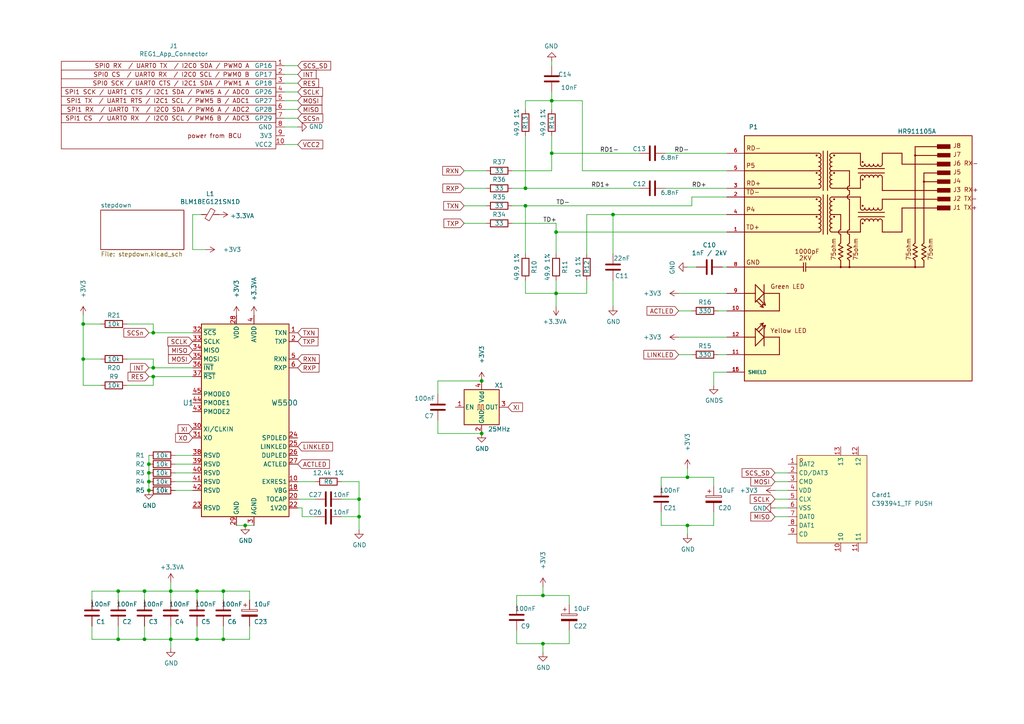
<source format=kicad_sch>
(kicad_sch (version 20231120) (generator "eeschema") (generator_version "8.0")
  (paper "A4")
  (title_block (title "REG1-App-Eth") (date "2023-11-07") (rev "V01.00") (company "OpenKNX") (comment 1 "by Ing-Dom <dom@ing-dom.de>") (comment 2 "OpenKNX Open Hardware under CC BY-NC-SA 4.0") (comment 3 "REG1-Application PCB to add Ethernet connectivity and SD-Card") (comment 4 "https://OpenKNX.de"))
  (lib_symbols
    (symbol "Device:C" (pin_numbers hide) (pin_names (offset 0.254))
      (property "Reference" "C" (at 0.635 2.54 0))
      (property "Value" "C" (at 0.635 -2.54 0))
      (symbol "C_1_1"
        (pin passive line (at 0 3.81 270) (length 2.794) (name "~") (number "1"))
        (pin passive line (at 0 -3.81 90) (length 2.794) (name "~") (number "2"))
      )
    )
    (symbol "Device:C_Polarized" (pin_numbers hide) (pin_names (offset 0.254))
      (property "Reference" "C" (at 0.635 2.54 0))
      (property "Value" "C_Polarized" (at 0.635 -2.54 0))
      (symbol "C_Polarized_1_1"
        (pin passive line (at 0 3.81 270) (length 2.794) (name "~") (number "1"))
        (pin passive line (at 0 -3.81 90) (length 2.794) (name "~") (number "2"))
      )
    )
    (symbol "Device:FerriteBead_Small" (pin_numbers hide) (pin_names (offset 0))
      (property "Reference" "FB" (at 1.905 1.27 0))
      (property "Value" "FerriteBead_Small" (at 1.905 -1.27 0))
      (symbol "FerriteBead_Small_1_1"
        (pin passive line (at 0 2.54 270) (length 1.27) (name "~") (number "1"))
        (pin passive line (at 0 -2.54 90) (length 1.27) (name "~") (number "2"))
      )
    )
    (symbol "Device:R" (pin_numbers hide) (pin_names (offset 0))
      (property "Reference" "R" (at 2.032 0 90))
      (property "Value" "R" (at 0 0 90))
      (symbol "R_1_1"
        (pin passive line (at 0 3.81 270) (length 1.27) (name "~") (number "1"))
        (pin passive line (at 0 -3.81 90) (length 1.27) (name "~") (number "2"))
      )
    )
    (symbol "DomsKiCADLib:HR911105A" (pin_names (offset 1.016))
      (property "Reference" "J" (at -33.1724 36.2458 0))
      (property "Value" "HR911105A" (at -33.1216 -38.227 0))
      (symbol "HR911105A_0_0"
        (text "1000pF" (at -18.4912 1.2446 0) (effects (font (size 1.27 1.27)) (justify left bottom)))
        (text "2KV" (at -17.2212 -0.6604 0) (effects (font (size 1.27 1.27)) (justify left bottom)))
        (text "75ohm" (at -6.4008 -0.6604 900) (effects (font (size 1.27 1.27)) (justify left bottom)))
        (text "75ohm" (at 0 -0.6604 900) (effects (font (size 1.27 1.27)) (justify left bottom)))
        (text "75ohm" (at 15.3416 -0.6604 900) (effects (font (size 1.27 1.27)) (justify left bottom)))
        (text "75ohm" (at 21.6916 -0.6604 900) (effects (font (size 1.27 1.27)) (justify left bottom)))
        (text "GND" (at -32.5374 -1.905 0) (effects (font (size 1.27 1.27)) (justify left bottom)))
        (text "Green LED" (at -25.5016 -8.9154 0) (effects (font (size 1.27 1.27)) (justify left bottom)))
        (text "J1 TX+" (at 27.432 13.9954 0) (effects (font (size 1.27 1.27)) (justify left bottom)))
        (text "J2 TX-" (at 27.4574 16.5862 0) (effects (font (size 1.27 1.27)) (justify left bottom)))
        (text "J3 RX+" (at 27.4574 19.1516 0) (effects (font (size 1.27 1.27)) (justify left bottom)))
        (text "J4" (at 27.4574 21.717 0) (effects (font (size 1.27 1.27)) (justify left bottom)))
        (text "J5" (at 27.4828 24.257 0) (effects (font (size 1.27 1.27)) (justify left bottom)))
        (text "J6 RX-" (at 27.4574 26.8224 0) (effects (font (size 1.27 1.27)) (justify left bottom)))
        (text "J7" (at 27.4574 29.3624 0) (effects (font (size 1.27 1.27)) (justify left bottom)))
        (text "J8" (at 27.4574 31.9278 0) (effects (font (size 1.27 1.27)) (justify left bottom)))
        (text "P4" (at -32.5374 13.4112 0) (effects (font (size 1.27 1.27)) (justify left bottom)))
        (text "P5" (at -32.5374 26.162 0) (effects (font (size 1.27 1.27)) (justify left bottom)))
        (text "RD+" (at -32.4866 21.0312 0) (effects (font (size 1.27 1.27)) (justify left bottom)))
        (text "RD-" (at -32.4866 31.2166 0) (effects (font (size 1.27 1.27)) (justify left bottom)))
        (text "TD+" (at -32.5628 8.3058 0) (effects (font (size 1.27 1.27)) (justify left bottom)))
        (text "TD-" (at -32.512 18.4912 0) (effects (font (size 1.27 1.27)) (justify left bottom)))
        (text "Yellow LED" (at -25.527 -21.717 0) (effects (font (size 1.27 1.27)) (justify left bottom)))
        (pin passive line (at -38.1 7.62 0) (length 5.08) (name "~") (number "1"))
        (pin passive line (at -38.1 -15.24 0) (length 5.08) (name "~") (number "10"))
        (pin passive line (at -38.1 -27.94 0) (length 5.08) (name "~") (number "11"))
        (pin passive line (at -38.1 -22.86 0) (length 5.08) (name "~") (number "12"))
        (pin passive line (at -38.1 -33.02 0) (length 5.08) (name "SHIELD") (number "15"))
        (pin passive line (at -38.1 -33.02 0) (length 5.08) (name "SHIELD") (number "16"))
        (pin passive line (at -38.1 17.78 0) (length 5.08) (name "~") (number "2"))
        (pin passive line (at -38.1 20.32 0) (length 5.08) (name "~") (number "3"))
        (pin passive line (at -38.1 12.7 0) (length 5.08) (name "~") (number "4"))
        (pin passive line (at -38.1 25.4 0) (length 5.08) (name "~") (number "5"))
        (pin passive line (at -38.1 30.48 0) (length 5.08) (name "~") (number "6"))
        (pin power_in line (at -38.1 -2.54 0) (length 5.08) (name "~") (number "8"))
        (pin passive line (at -38.1 -10.16 0) (length 5.08) (name "~") (number "9"))
      )
    )
    (symbol "EasyEDALib:C393941_TFPUSH"
      (property "Reference" "Card" (at 0 20.32 0))
      (property "Value" "C393941_TF PUSH" (at 0 -20.32 0))
      (symbol "C393941_TFPUSH_0_1"
        (pin unspecified line (at -10.16 10.16 0) (length 2.54) (name "DAT2") (number "1"))
        (pin unspecified line (at 5.08 -15.24 90) (length 2.54) (name "10") (number "10"))
        (pin unspecified line (at 10.16 -15.24 90) (length 2.54) (name "11") (number "11"))
        (pin unspecified line (at 10.16 15.24 270) (length 2.54) (name "12") (number "12"))
        (pin unspecified line (at 5.08 15.24 270) (length 2.54) (name "13") (number "13"))
        (pin unspecified line (at -10.16 7.62 0) (length 2.54) (name "CD/DAT3") (number "2"))
        (pin unspecified line (at -10.16 5.08 0) (length 2.54) (name "CMD") (number "3"))
        (pin unspecified line (at -10.16 2.54 0) (length 2.54) (name "VDD") (number "4"))
        (pin unspecified line (at -10.16 0 0) (length 2.54) (name "CLX") (number "5"))
        (pin unspecified line (at -10.16 -2.54 0) (length 2.54) (name "VSS") (number "6"))
        (pin unspecified line (at -10.16 -5.08 0) (length 2.54) (name "DAT0") (number "7"))
        (pin unspecified line (at -10.16 -7.62 0) (length 2.54) (name "DAT1") (number "8"))
        (pin unspecified line (at -10.16 -10.16 0) (length 2.54) (name "CD") (number "9"))
      )
    )
    (symbol "Interface_Ethernet:W5500"
      (property "Reference" "U" (at -11.43 29.21 0))
      (property "Value" "W5500" (at 8.89 29.21 0))
      (symbol "W5500_1_1"
        (pin output line (at 15.24 25.4 180) (length 2.54) (name "TXN") (number "1"))
        (pin passive line (at 15.24 -17.78 180) (length 2.54) (name "EXRES1") (number "10"))
        (pin passive line (at 2.54 30.48 270) (length 2.54) hide (name "AVDD") (number "11"))
        (pin no_connect line (at 12.7 7.62 180) (length 2.54) hide (name "NC") (number "12"))
        (pin no_connect line (at 12.7 5.08 180) (length 2.54) hide (name "NC") (number "13"))
        (pin passive line (at 2.54 -30.48 90) (length 2.54) hide (name "AGND") (number "14"))
        (pin passive line (at 2.54 30.48 270) (length 2.54) hide (name "AVDD") (number "15"))
        (pin passive line (at 2.54 -30.48 90) (length 2.54) hide (name "AGND") (number "16"))
        (pin passive line (at 2.54 30.48 270) (length 2.54) hide (name "AVDD") (number "17"))
        (pin passive line (at 15.24 -20.32 180) (length 2.54) (name "VBG") (number "18"))
        (pin passive line (at 2.54 -30.48 90) (length 2.54) hide (name "AGND") (number "19"))
        (pin output line (at 15.24 22.86 180) (length 2.54) (name "TXP") (number "2"))
        (pin passive line (at 15.24 -22.86 180) (length 2.54) (name "TOCAP") (number "20"))
        (pin passive line (at 2.54 30.48 270) (length 2.54) hide (name "AVDD") (number "21"))
        (pin output line (at 15.24 -25.4 180) (length 2.54) (name "1V2O") (number "22"))
        (pin input line (at -15.24 -25.4 0) (length 2.54) (name "RSVD") (number "23"))
        (pin output line (at 15.24 -5.08 180) (length 2.54) (name "SPDLED") (number "24"))
        (pin output line (at 15.24 -7.62 180) (length 2.54) (name "LINKLED") (number "25"))
        (pin output line (at 15.24 -10.16 180) (length 2.54) (name "DUPLED") (number "26"))
        (pin output line (at 15.24 -12.7 180) (length 2.54) (name "ACTLED") (number "27"))
        (pin power_in line (at -2.54 30.48 270) (length 2.54) (name "VDD") (number "28"))
        (pin power_in line (at -2.54 -30.48 90) (length 2.54) (name "GND") (number "29"))
        (pin power_in line (at 2.54 -30.48 90) (length 2.54) (name "AGND") (number "3"))
        (pin input line (at -15.24 -2.54 0) (length 2.54) (name "XI/CLKIN") (number "30"))
        (pin output line (at -15.24 -5.08 0) (length 2.54) (name "XO") (number "31"))
        (pin input line (at -15.24 25.4 0) (length 2.54) (name "~{SCS}") (number "32"))
        (pin input line (at -15.24 22.86 0) (length 2.54) (name "SCLK") (number "33"))
        (pin output line (at -15.24 20.32 0) (length 2.54) (name "MISO") (number "34"))
        (pin input line (at -15.24 17.78 0) (length 2.54) (name "MOSI") (number "35"))
        (pin input line (at -15.24 15.24 0) (length 2.54) (name "~{INT}") (number "36"))
        (pin input line (at -15.24 12.7 0) (length 2.54) (name "~{RST}") (number "37"))
        (pin input line (at -15.24 -10.16 0) (length 2.54) (name "RSVD") (number "38"))
        (pin input line (at -15.24 -12.7 0) (length 2.54) (name "RSVD") (number "39"))
        (pin power_in line (at 2.54 30.48 270) (length 2.54) (name "AVDD") (number "4"))
        (pin input line (at -15.24 -15.24 0) (length 2.54) (name "RSVD") (number "40"))
        (pin input line (at -15.24 -17.78 0) (length 2.54) (name "RSVD") (number "41"))
        (pin input line (at -15.24 -20.32 0) (length 2.54) (name "RSVD") (number "42"))
        (pin input line (at -15.24 2.54 0) (length 2.54) (name "PMODE2") (number "43"))
        (pin input line (at -15.24 5.08 0) (length 2.54) (name "PMODE1") (number "44"))
        (pin input line (at -15.24 7.62 0) (length 2.54) (name "PMODE0") (number "45"))
        (pin no_connect line (at 12.7 2.54 180) (length 2.54) hide (name "NC") (number "46"))
        (pin no_connect line (at 12.7 0 180) (length 2.54) hide (name "NC") (number "47"))
        (pin passive line (at 2.54 -30.48 90) (length 2.54) hide (name "AGND") (number "48"))
        (pin input line (at 15.24 17.78 180) (length 2.54) (name "RXN") (number "5"))
        (pin input line (at 15.24 15.24 180) (length 2.54) (name "RXP") (number "6"))
        (pin no_connect line (at 12.7 10.16 180) (length 2.54) hide (name "DNC") (number "7"))
        (pin passive line (at 2.54 30.48 270) (length 2.54) hide (name "AVDD") (number "8"))
        (pin passive line (at 2.54 -30.48 90) (length 2.54) hide (name "AGND") (number "9"))
      )
    )
    (symbol "OpenKNX:REG1_App_Connector" (pin_names (offset 1.016))
      (property "Reference" "J" (at 10.16 13.97 0))
      (property "Value" "REG1_App_Connector" (at 1.27 -13.97 0))
      (symbol "REG1_App_Connector_0_0"
        (text "power from BCU" (at -5.08 -8.89 0) (effects (font (size 1.27 1.27))))
        (text "SPI0 CS  / UART0 RX  / I2C0 SCL / PWM0 B" (at 5.08 8.89 0) (effects (font (size 1.27 1.27)) (justify right)))
        (text "SPI0 RX  / UART0 TX  / I2C0 SDA / PWM0 A" (at 5.08 11.43 0) (effects (font (size 1.27 1.27)) (justify right)))
        (text "SPI0 SCK / UART0 CTS / I2C1 SDA / PWM1 A" (at 5.08 6.35 0) (effects (font (size 1.27 1.27)) (justify right)))
        (text "SPI1 CS  / UART0 RX  / I2C0 SCL / PWM6 B / ADC3" (at 5.08 -3.81 0) (effects (font (size 1.27 1.27)) (justify right)))
        (text "SPI1 RX  / UART0 TX  / I2C0 SDA / PWM6 A / ADC2" (at 5.08 -1.27 0) (effects (font (size 1.27 1.27)) (justify right)))
        (text "SPI1 SCK / UART1 CTS / I2C1 SDA / PWM5 A / ADC0" (at 5.08 3.81 0) (effects (font (size 1.27 1.27)) (justify right)))
        (text "SPI1 TX  / UART1 RTS / I2C1 SCL / PWM5 B / ADC1" (at 5.08 1.27 0) (effects (font (size 1.27 1.27)) (justify right)))
      )
      (symbol "REG1_App_Connector_1_1"
        (pin bidirectional line (at 15.24 11.43 180) (length 2.54) (name "GP16") (number "1"))
        (pin power_out line (at 15.24 -11.43 180) (length 2.54) (name "VCC2") (number "10"))
        (pin bidirectional line (at 15.24 8.89 180) (length 2.54) (name "GP17") (number "2"))
        (pin bidirectional line (at 15.24 6.35 180) (length 2.54) (name "GP18") (number "3"))
        (pin bidirectional line (at 15.24 3.81 180) (length 2.54) (name "GP26") (number "4"))
        (pin bidirectional line (at 15.24 1.27 180) (length 2.54) (name "GP27") (number "5"))
        (pin bidirectional line (at 15.24 -1.27 180) (length 2.54) (name "GP28") (number "6"))
        (pin bidirectional line (at 15.24 -3.81 180) (length 2.54) (name "GP29") (number "7"))
        (pin power_out line (at 15.24 -6.35 180) (length 2.54) (name "GND") (number "8"))
        (pin power_out line (at 15.24 -8.89 180) (length 2.54) (name "3V3") (number "9"))
      )
    )
    (symbol "Oscillator:TXC-7C" (pin_names (offset 0.254))
      (property "Reference" "X" (at -5.08 6.35 0))
      (property "Value" "TXC-7C" (at 1.27 -6.35 0))
      (symbol "TXC-7C_1_1"
        (pin input line (at -7.62 0 0) (length 2.54) (name "EN") (number "1"))
        (pin power_in line (at 0 -7.62 90) (length 2.54) (name "GND") (number "2"))
        (pin output line (at 7.62 0 180) (length 2.54) (name "OUT") (number "3"))
        (pin power_in line (at 0 7.62 270) (length 2.54) (name "Vdd") (number "4"))
      )
    )
    (symbol "power:+3.3VA" (power) (pin_names (offset 0))
      (property "Value" "+3.3VA" (at 0 3.556 0))
      (symbol "+3.3VA_1_1"
        (pin power_in line (at 0 0 90) (length 0) hide (name "+3.3VA") (number "1"))
      )
    )
    (symbol "power:+3V3" (power) (pin_names (offset 0))
      (property "Value" "+3V3" (at 0 3.556 0))
      (symbol "+3V3_1_1"
        (pin power_in line (at 0 0 90) (length 0) hide (name "+3V3") (number "1"))
      )
    )
    (symbol "power:GND" (power) (pin_names (offset 0))
      (property "Value" "GND" (at 0 -3.81 0))
      (symbol "GND_1_1"
        (pin power_in line (at 0 0 270) (length 0) hide (name "GND") (number "1"))
      )
    )
    (symbol "power:GNDS" (power) (pin_names (offset 0))
      (property "Value" "GNDS" (at 0 -3.81 0))
      (symbol "GNDS_1_1"
        (pin power_in line (at 0 0 270) (length 0) hide (name "GNDS") (number "1"))
      )
    )
  )
  (junction (at 24.13 93.98))
  (junction (at 104.14 149.86))
  (junction (at 44.45 106.68))
  (junction (at 34.29 171.45))
  (junction (at 49.53 185.42))
  (junction (at 43.18 137.16))
  (junction (at 199.39 152.4))
  (junction (at 104.14 144.78))
  (junction (at 44.45 96.52))
  (junction (at 157.48 186.69))
  (junction (at 57.15 171.45))
  (junction (at 41.91 185.42))
  (junction (at 152.4 59.69))
  (junction (at 157.48 172.72))
  (junction (at 43.18 142.24))
  (junction (at 34.29 185.42))
  (junction (at 152.4 54.61))
  (junction (at 139.7 125.73))
  (junction (at 161.29 67.31))
  (junction (at 57.15 185.42))
  (junction (at 24.13 104.14))
  (junction (at 139.7 110.49))
  (junction (at 160.02 29.21))
  (junction (at 199.39 138.43))
  (junction (at 160.02 44.45))
  (junction (at 49.53 171.45))
  (junction (at 71.12 152.4))
  (junction (at 43.18 139.7))
  (junction (at 64.77 171.45))
  (junction (at 41.91 171.45))
  (junction (at 64.77 185.42))
  (junction (at 161.29 85.09))
  (junction (at 43.18 134.62))
  (junction (at 44.45 109.22))
  (junction (at 177.8 62.23))
  (wire (pts (xy 43.18 134.62) (xy 43.18 137.16)))
  (wire (pts (xy 199.39 135.89) (xy 199.39 138.43)))
  (wire (pts (xy 86.36 31.75) (xy 82.55 31.75)))
  (wire (pts (xy 86.36 139.7) (xy 91.44 139.7)))
  (wire (pts (xy 82.55 29.21) (xy 86.36 29.21)))
  (wire (pts (xy 185.42 44.45) (xy 160.02 44.45)))
  (wire (pts (xy 57.15 171.45) (xy 64.77 171.45)))
  (wire (pts (xy 86.36 144.78) (xy 91.44 144.78)))
  (wire (pts (xy 207.01 152.4) (xy 207.01 148.59)))
  (wire (pts (xy 86.36 21.59) (xy 82.55 21.59)))
  (wire (pts (xy 41.91 185.42) (xy 49.53 185.42)))
  (wire (pts (xy 44.45 106.68) (xy 55.88 106.68)))
  (wire (pts (xy 228.6 137.16) (xy 224.79 137.16)))
  (wire (pts (xy 24.13 91.44) (xy 24.13 93.98)))
  (wire (pts (xy 50.8 134.62) (xy 55.88 134.62)))
  (wire (pts (xy 149.86 186.69) (xy 157.48 186.69)))
  (wire (pts (xy 57.15 185.42) (xy 64.77 185.42)))
  (wire (pts (xy 49.53 171.45) (xy 57.15 171.45)))
  (wire (pts (xy 24.13 93.98) (xy 29.21 93.98)))
  (wire (pts (xy 170.18 62.23) (xy 170.18 73.66)))
  (wire (pts (xy 72.39 185.42) (xy 72.39 181.61)))
  (wire (pts (xy 34.29 185.42) (xy 41.91 185.42)))
  (wire (pts (xy 55.88 132.08) (xy 50.8 132.08)))
  (wire (pts (xy 86.36 147.32) (xy 87.63 147.32)))
  (wire (pts (xy 160.02 29.21) (xy 160.02 31.75)))
  (wire (pts (xy 44.45 93.98) (xy 44.45 96.52)))
  (wire (pts (xy 99.06 139.7) (xy 104.14 139.7)))
  (wire (pts (xy 57.15 181.61) (xy 57.15 185.42)))
  (wire (pts (xy 44.45 109.22) (xy 55.88 109.22)))
  (wire (pts (xy 26.67 181.61) (xy 26.67 185.42)))
  (wire (pts (xy 24.13 93.98) (xy 24.13 104.14)))
  (wire (pts (xy 168.91 29.21) (xy 160.02 29.21)))
  (wire (pts (xy 99.06 149.86) (xy 104.14 149.86)))
  (wire (pts (xy 140.97 59.69) (xy 134.62 59.69)))
  (wire (pts (xy 177.8 62.23) (xy 177.8 73.66)))
  (wire (pts (xy 165.1 172.72) (xy 165.1 175.26)))
  (wire (pts (xy 87.63 149.86) (xy 91.44 149.86)))
  (wire (pts (xy 64.77 173.99) (xy 64.77 171.45)))
  (wire (pts (xy 168.91 49.53) (xy 168.91 29.21)))
  (wire (pts (xy 44.45 109.22) (xy 44.45 111.76)))
  (wire (pts (xy 24.13 104.14) (xy 24.13 111.76)))
  (wire (pts (xy 55.88 72.39) (xy 55.88 62.23)))
  (wire (pts (xy 64.77 185.42) (xy 72.39 185.42)))
  (wire (pts (xy 82.55 34.29) (xy 86.36 34.29)))
  (wire (pts (xy 200.66 57.15) (xy 210.82 57.15)))
  (wire (pts (xy 127 121.92) (xy 127 125.73)))
  (wire (pts (xy 26.67 173.99) (xy 26.67 171.45)))
  (wire (pts (xy 224.79 144.78) (xy 228.6 144.78)))
  (wire (pts (xy 210.82 49.53) (xy 168.91 49.53)))
  (wire (pts (xy 160.02 44.45) (xy 160.02 49.53)))
  (wire (pts (xy 55.88 137.16) (xy 50.8 137.16)))
  (wire (pts (xy 49.53 181.61) (xy 49.53 185.42)))
  (wire (pts (xy 196.85 85.09) (xy 210.82 85.09)))
  (wire (pts (xy 127 110.49) (xy 127 114.3)))
  (wire (pts (xy 24.13 104.14) (xy 29.21 104.14)))
  (wire (pts (xy 152.4 54.61) (xy 185.42 54.61)))
  (wire (pts (xy 148.59 54.61) (xy 152.4 54.61)))
  (wire (pts (xy 157.48 170.18) (xy 157.48 172.72)))
  (wire (pts (xy 177.8 81.28) (xy 177.8 88.9)))
  (wire (pts (xy 152.4 85.09) (xy 161.29 85.09)))
  (wire (pts (xy 43.18 137.16) (xy 43.18 139.7)))
  (wire (pts (xy 43.18 132.08) (xy 43.18 134.62)))
  (wire (pts (xy 127 125.73) (xy 139.7 125.73)))
  (wire (pts (xy 140.97 49.53) (xy 134.62 49.53)))
  (wire (pts (xy 148.59 59.69) (xy 152.4 59.69)))
  (wire (pts (xy 55.88 142.24) (xy 50.8 142.24)))
  (wire (pts (xy 36.83 93.98) (xy 44.45 93.98)))
  (wire (pts (xy 134.62 64.77) (xy 140.97 64.77)))
  (wire (pts (xy 50.8 139.7) (xy 55.88 139.7)))
  (wire (pts (xy 43.18 139.7) (xy 43.18 142.24)))
  (wire (pts (xy 170.18 81.28) (xy 170.18 85.09)))
  (wire (pts (xy 104.14 139.7) (xy 104.14 144.78)))
  (wire (pts (xy 149.86 182.88) (xy 149.86 186.69)))
  (wire (pts (xy 152.4 29.21) (xy 160.02 29.21)))
  (wire (pts (xy 161.29 67.31) (xy 161.29 73.66)))
  (wire (pts (xy 134.62 54.61) (xy 140.97 54.61)))
  (wire (pts (xy 200.66 102.87) (xy 196.85 102.87)))
  (wire (pts (xy 36.83 104.14) (xy 44.45 104.14)))
  (wire (pts (xy 191.77 148.59) (xy 191.77 152.4)))
  (wire (pts (xy 200.66 90.17) (xy 196.85 90.17)))
  (wire (pts (xy 199.39 138.43) (xy 191.77 138.43)))
  (wire (pts (xy 86.36 19.05) (xy 82.55 19.05)))
  (wire (pts (xy 49.53 168.91) (xy 49.53 171.45)))
  (wire (pts (xy 191.77 152.4) (xy 199.39 152.4)))
  (wire (pts (xy 224.79 139.7) (xy 228.6 139.7)))
  (wire (pts (xy 191.77 138.43) (xy 191.77 140.97)))
  (wire (pts (xy 152.4 39.37) (xy 152.4 54.61)))
  (wire (pts (xy 224.79 149.86) (xy 228.6 149.86)))
  (wire (pts (xy 210.82 44.45) (xy 193.04 44.45)))
  (wire (pts (xy 199.39 152.4) (xy 207.01 152.4)))
  (wire (pts (xy 199.39 138.43) (xy 207.01 138.43)))
  (wire (pts (xy 152.4 81.28) (xy 152.4 85.09)))
  (wire (pts (xy 165.1 186.69) (xy 165.1 182.88)))
  (wire (pts (xy 157.48 172.72) (xy 165.1 172.72)))
  (wire (pts (xy 43.18 96.52) (xy 44.45 96.52)))
  (wire (pts (xy 41.91 171.45) (xy 49.53 171.45)))
  (wire (pts (xy 104.14 149.86) (xy 104.14 153.67)))
  (wire (pts (xy 161.29 85.09) (xy 161.29 81.28)))
  (wire (pts (xy 207.01 107.95) (xy 207.01 111.76)))
  (wire (pts (xy 68.58 152.4) (xy 71.12 152.4)))
  (wire (pts (xy 87.63 147.32) (xy 87.63 149.86)))
  (wire (pts (xy 26.67 171.45) (xy 34.29 171.45)))
  (wire (pts (xy 34.29 171.45) (xy 41.91 171.45)))
  (wire (pts (xy 57.15 171.45) (xy 57.15 173.99)))
  (wire (pts (xy 170.18 85.09) (xy 161.29 85.09)))
  (wire (pts (xy 210.82 77.47) (xy 209.55 77.47)))
  (wire (pts (xy 207.01 138.43) (xy 207.01 140.97)))
  (wire (pts (xy 160.02 39.37) (xy 160.02 44.45)))
  (wire (pts (xy 55.88 62.23) (xy 58.42 62.23)))
  (wire (pts (xy 41.91 181.61) (xy 41.91 185.42)))
  (wire (pts (xy 161.29 64.77) (xy 161.29 67.31)))
  (wire (pts (xy 72.39 171.45) (xy 72.39 173.99)))
  (wire (pts (xy 34.29 173.99) (xy 34.29 171.45)))
  (wire (pts (xy 157.48 186.69) (xy 165.1 186.69)))
  (wire (pts (xy 210.82 67.31) (xy 161.29 67.31)))
  (wire (pts (xy 196.85 97.79) (xy 210.82 97.79)))
  (wire (pts (xy 152.4 59.69) (xy 200.66 59.69)))
  (wire (pts (xy 86.36 36.83) (xy 82.55 36.83)))
  (wire (pts (xy 210.82 102.87) (xy 208.28 102.87)))
  (wire (pts (xy 210.82 54.61) (xy 193.04 54.61)))
  (wire (pts (xy 152.4 73.66) (xy 152.4 59.69)))
  (wire (pts (xy 104.14 144.78) (xy 104.14 149.86)))
  (wire (pts (xy 160.02 17.78) (xy 160.02 19.05)))
  (wire (pts (xy 228.6 147.32) (xy 224.79 147.32)))
  (wire (pts (xy 148.59 64.77) (xy 161.29 64.77)))
  (wire (pts (xy 86.36 41.91) (xy 82.55 41.91)))
  (wire (pts (xy 43.18 109.22) (xy 44.45 109.22)))
  (wire (pts (xy 210.82 107.95) (xy 207.01 107.95)))
  (wire (pts (xy 44.45 96.52) (xy 55.88 96.52)))
  (wire (pts (xy 64.77 181.61) (xy 64.77 185.42)))
  (wire (pts (xy 34.29 181.61) (xy 34.29 185.42)))
  (wire (pts (xy 86.36 26.67) (xy 82.55 26.67)))
  (wire (pts (xy 210.82 90.17) (xy 208.28 90.17)))
  (wire (pts (xy 49.53 185.42) (xy 57.15 185.42)))
  (wire (pts (xy 49.53 185.42) (xy 49.53 187.96)))
  (wire (pts (xy 149.86 172.72) (xy 149.86 175.26)))
  (wire (pts (xy 139.7 110.49) (xy 127 110.49)))
  (wire (pts (xy 71.12 152.4) (xy 73.66 152.4)))
  (wire (pts (xy 210.82 62.23) (xy 177.8 62.23)))
  (wire (pts (xy 64.77 171.45) (xy 72.39 171.45)))
  (wire (pts (xy 86.36 24.13) (xy 82.55 24.13)))
  (wire (pts (xy 41.91 171.45) (xy 41.91 173.99)))
  (wire (pts (xy 200.66 59.69) (xy 200.66 57.15)))
  (wire (pts (xy 43.18 106.68) (xy 44.45 106.68)))
  (wire (pts (xy 157.48 186.69) (xy 157.48 189.23)))
  (wire (pts (xy 24.13 111.76) (xy 29.21 111.76)))
  (wire (pts (xy 160.02 26.67) (xy 160.02 29.21)))
  (wire (pts (xy 177.8 62.23) (xy 170.18 62.23)))
  (wire (pts (xy 99.06 144.78) (xy 104.14 144.78)))
  (wire (pts (xy 199.39 152.4) (xy 199.39 154.94)))
  (wire (pts (xy 152.4 31.75) (xy 152.4 29.21)))
  (wire (pts (xy 201.93 77.47) (xy 199.39 77.47)))
  (wire (pts (xy 49.53 173.99) (xy 49.53 171.45)))
  (wire (pts (xy 44.45 104.14) (xy 44.45 106.68)))
  (wire (pts (xy 26.67 185.42) (xy 34.29 185.42)))
  (wire (pts (xy 161.29 85.09) (xy 161.29 88.9)))
  (wire (pts (xy 157.48 172.72) (xy 149.86 172.72)))
  (wire (pts (xy 228.6 142.24) (xy 224.79 142.24)))
  (wire (pts (xy 148.59 49.53) (xy 160.02 49.53)))
  (wire (pts (xy 55.88 72.39) (xy 59.69 72.39)))
  (wire (pts (xy 44.45 111.76) (xy 36.83 111.76)))
  (label "RD-" (at 195.58 44.45 0))
  (label "RD+" (at 200.66 54.61 0))
  (label "RD1+" (at 171.45 54.61 0))
  (label "RD1-" (at 173.99 44.45 0))
  (label "TD+" (at 157.48 64.77 0))
  (label "TD-" (at 161.29 59.69 0))
  (global_label "RXN" (shape input) (at 134.62 49.53 180) (property "Intersheetrefs" "${INTERSHEET_REFS}" (effects (hide yes))))
  (global_label "SCSn" (shape input) (at 86.36 34.29 0) (property "Intersheetrefs" "${INTERSHEET_REFS}" (effects (hide yes))))
  (global_label "XO" (shape input) (at 55.88 127 180) (property "Intersheetrefs" "${INTERSHEET_REFS}" (effects (hide yes))))
  (global_label "RES" (shape input) (at 43.18 109.22 180) (property "Intersheetrefs" "${INTERSHEET_REFS}" (effects (hide yes))))
  (global_label "LINKLED" (shape input) (at 196.85 102.87 180) (property "Intersheetrefs" "${INTERSHEET_REFS}" (effects (hide yes))))
  (global_label "MISO" (shape input) (at 55.88 101.6 180) (property "Intersheetrefs" "${INTERSHEET_REFS}" (effects (hide yes))))
  (global_label "SCLK" (shape input) (at 86.36 26.67 0) (property "Intersheetrefs" "${INTERSHEET_REFS}" (effects (hide yes))))
  (global_label "MISO" (shape input) (at 224.79 149.86 180) (property "Intersheetrefs" "${INTERSHEET_REFS}" (effects (hide yes))))
  (global_label "MISO" (shape input) (at 86.36 31.75 0) (property "Intersheetrefs" "${INTERSHEET_REFS}" (effects (hide yes))))
  (global_label "SCS_SD" (shape input) (at 86.36 19.05 0) (property "Intersheetrefs" "${INTERSHEET_REFS}" (effects (hide yes))))
  (global_label "VCC2" (shape input) (at 86.36 41.91 0) (property "Intersheetrefs" "${INTERSHEET_REFS}" (effects (hide yes))))
  (global_label "SCLK" (shape input) (at 224.79 144.78 180) (property "Intersheetrefs" "${INTERSHEET_REFS}" (effects (hide yes))))
  (global_label "RES" (shape input) (at 86.36 24.13 0) (property "Intersheetrefs" "${INTERSHEET_REFS}" (effects (hide yes))))
  (global_label "MOSI" (shape input) (at 55.88 104.14 180) (property "Intersheetrefs" "${INTERSHEET_REFS}" (effects (hide yes))))
  (global_label "INT" (shape input) (at 86.36 21.59 0) (property "Intersheetrefs" "${INTERSHEET_REFS}" (effects (hide yes))))
  (global_label "MOSI" (shape input) (at 224.79 139.7 180) (property "Intersheetrefs" "${INTERSHEET_REFS}" (effects (hide yes))))
  (global_label "XI" (shape input) (at 147.32 118.11 0) (property "Intersheetrefs" "${INTERSHEET_REFS}" (effects (hide yes))))
  (global_label "RXP" (shape input) (at 86.36 106.68 0) (property "Intersheetrefs" "${INTERSHEET_REFS}" (effects (hide yes))))
  (global_label "RXP" (shape input) (at 134.62 54.61 180) (property "Intersheetrefs" "${INTERSHEET_REFS}" (effects (hide yes))))
  (global_label "RXN" (shape input) (at 86.36 104.14 0) (property "Intersheetrefs" "${INTERSHEET_REFS}" (effects (hide yes))))
  (global_label "SCSn" (shape input) (at 43.18 96.52 180) (property "Intersheetrefs" "${INTERSHEET_REFS}" (effects (hide yes))))
  (global_label "TXP" (shape input) (at 134.62 64.77 180) (property "Intersheetrefs" "${INTERSHEET_REFS}" (effects (hide yes))))
  (global_label "LINKLED" (shape input) (at 86.36 129.54 0) (property "Intersheetrefs" "${INTERSHEET_REFS}" (effects (hide yes))))
  (global_label "TXN" (shape input) (at 134.62 59.69 180) (property "Intersheetrefs" "${INTERSHEET_REFS}" (effects (hide yes))))
  (global_label "ACTLED" (shape input) (at 86.36 134.62 0) (property "Intersheetrefs" "${INTERSHEET_REFS}" (effects (hide yes))))
  (global_label "TXP" (shape input) (at 86.36 99.06 0) (property "Intersheetrefs" "${INTERSHEET_REFS}" (effects (hide yes))))
  (global_label "ACTLED" (shape input) (at 196.85 90.17 180) (property "Intersheetrefs" "${INTERSHEET_REFS}" (effects (hide yes))))
  (global_label "TXN" (shape input) (at 86.36 96.52 0) (property "Intersheetrefs" "${INTERSHEET_REFS}" (effects (hide yes))))
  (global_label "XI" (shape input) (at 55.88 124.46 180) (property "Intersheetrefs" "${INTERSHEET_REFS}" (effects (hide yes))))
  (global_label "SCS_SD" (shape input) (at 224.79 137.16 180) (property "Intersheetrefs" "${INTERSHEET_REFS}" (effects (hide yes))))
  (global_label "INT" (shape input) (at 43.18 106.68 180) (property "Intersheetrefs" "${INTERSHEET_REFS}" (effects (hide yes))))
  (global_label "SCLK" (shape input) (at 55.88 99.06 180) (property "Intersheetrefs" "${INTERSHEET_REFS}" (effects (hide yes))))
  (global_label "MOSI" (shape input) (at 86.36 29.21 0) (property "Intersheetrefs" "${INTERSHEET_REFS}" (effects (hide yes))))
  (symbol (lib_id "DomsKiCADLib:HR911105A") (at 248.92 74.93 0) (unit 1)
    (property "Reference" "P1" (at 217.17 36.83 0) (effects (justify left)))
    (property "Value" "HR911105A" (at 260.35 38.1 0) (effects (justify left)))
    (property "Footprint" "DomsKiCADLib:HANRUN_HR911105A" (effects (hide yes)))
    (property "AVAILABILITY" "Unavailable" (effects (hide yes)))
    (property "MF" "HanRun" (effects (hide yes)))
    (property "PRICE" "None" (effects (hide yes)))
    (property "DESCRIPTION" "DIP RJ45 Connector;" (effects (hide yes)))
    (property "PACKAGE" "None" (effects (hide yes)))
    (property "MP" "HR911105A" (effects (hide yes)))
    (property "PARTREV" "A" (effects (hide yes)))
    (property "STANDARD" "Manufacturer Recommendation" (effects (hide yes)))
  )
  (symbol (lib_id "Interface_Ethernet:W5500") (at 71.12 121.92 0) (unit 1)
    (property "Reference" "U1" (at 54.61 116.84 0) (effects (font (size 1.524 1.524))))
    (property "Value" "W5500" (at 82.55 116.84 0) (effects (font (size 1.524 1.524))))
    (property "Footprint" "Package_QFP:LQFP-48_7x7mm_P0.5mm" (effects (hide yes)))
    (property "Datasheet" "http://wizwiki.net/wiki/lib/exe/fetch.php/products:w5500:w5500_ds_v109e.pdf" (effects (hide yes)))
    (property "Description" "IC CTLR 3-1 ETH TCP/IP 48LQFP" (effects (hide yes)))
    (property "Digi-Key_PN" "1278-1021-ND" (effects (hide yes)))
    (property "MPN" "W5500" (effects (hide yes)))
    (property "Category" "Integrated Circuits (ICs)" (effects (hide yes)))
    (property "Family" "Interface - Controllers" (effects (hide yes)))
    (property "DK_Datasheet_Link" "http://wizwiki.net/wiki/lib/exe/fetch.php?media=products:w5500:w5500_ds_v108e.pdf" (effects (hide yes)))
    (property "DK_Detail_Page" "/product-detail/en/wiznet/W5500/1278-1021-ND/4425702" (effects (hide yes)))
    (property "Manufacturer" "WIZnet" (effects (hide yes)))
    (property "Status" "Active" (effects (hide yes)))
  )
  (symbol (lib_id "OpenKNX:REG1_App_Connector") (at 67.31 30.48 0) (unit 1)
    (property "Reference" "J1" (at 50.3682 13.335 0))
    (property "Value" "REG1_App_Connector" (at 50.3682 15.6464 0))
    (property "Footprint" "Connector_PinHeader_2.54mm:PinHeader_1x10_P2.54mm_Horizontal" (effects (hide yes)))
  )
  (symbol (lib_id "Device:FerriteBead_Small") (at 60.96 62.23 90) (unit 1)
    (property "Reference" "L1" (at 60.96 56.2102 90))
    (property "Value" "BLM18EG121SN1D" (at 60.96 58.5216 90))
    (property "Footprint" "Inductor_SMD:L_0603_1608Metric" (effects (hide yes)))
  )
  (symbol (lib_id "power:GND") (at 86.36 36.83 90) (unit 1)
    (property "Reference" "#PWR0102" (effects (hide yes)))
    (property "Value" "GND" (at 89.6112 36.703 90) (effects (justify right)))
  )
  (symbol (lib_id "power:+3.3VA") (at 63.5 62.23 270) (unit 1)
    (property "Reference" "#PWR0103" (effects (hide yes)))
    (property "Value" "+3.3VA" (at 66.7512 62.611 90) (effects (justify left)))
  )
  (symbol (lib_id "Device:R") (at 204.47 102.87 270) (unit 1)
    (property "Reference" "R15" (at 204.47 100.33 90))
    (property "Value" "330" (at 204.47 102.87 90))
    (property "Footprint" "Resistor_SMD:R_0402_1005Metric" (effects (hide yes)))
  )
  (symbol (lib_id "Device:R") (at 204.47 90.17 270) (unit 1)
    (property "Reference" "R16" (at 204.47 87.63 90))
    (property "Value" "330" (at 204.47 90.17 90))
    (property "Footprint" "Resistor_SMD:R_0402_1005Metric" (effects (hide yes)))
  )
  (symbol (lib_id "power:GNDS") (at 207.01 111.76 0) (unit 1)
    (property "Reference" "#PWR0109" (effects (hide yes)))
    (property "Value" "GNDS" (at 207.137 116.1542 0))
  )
  (symbol (lib_id "Device:C") (at 26.67 177.8 0) (unit 1)
    (property "Reference" "C1" (at 29.21 180.34 0))
    (property "Value" "100nF" (at 29.21 175.26 0))
    (property "Footprint" "Capacitor_SMD:C_0402_1005Metric" (effects (hide yes)))
  )
  (symbol (lib_id "Device:C") (at 34.29 177.8 0) (unit 1)
    (property "Reference" "C2" (at 36.83 180.34 0))
    (property "Value" "100nF" (at 36.83 175.26 0))
    (property "Footprint" "Capacitor_SMD:C_0402_1005Metric" (effects (hide yes)))
  )
  (symbol (lib_id "Device:C") (at 41.91 177.8 0) (unit 1)
    (property "Reference" "C3" (at 44.45 180.34 0))
    (property "Value" "100nF" (at 44.45 175.26 0))
    (property "Footprint" "Capacitor_SMD:C_0402_1005Metric" (effects (hide yes)))
  )
  (symbol (lib_id "Device:C") (at 49.53 177.8 0) (unit 1)
    (property "Reference" "C4" (at 52.07 180.34 0))
    (property "Value" "100nF" (at 52.07 175.26 0))
    (property "Footprint" "Capacitor_SMD:C_0402_1005Metric" (effects (hide yes)))
  )
  (symbol (lib_id "Device:C") (at 57.15 177.8 0) (unit 1)
    (property "Reference" "C5" (at 59.69 180.34 0))
    (property "Value" "100nF" (at 59.69 175.26 0))
    (property "Footprint" "Capacitor_SMD:C_0402_1005Metric" (effects (hide yes)))
  )
  (symbol (lib_id "Device:C") (at 64.77 177.8 0) (unit 1)
    (property "Reference" "C6" (at 67.31 180.34 0))
    (property "Value" "100nF" (at 67.31 175.26 0))
    (property "Footprint" "Capacitor_SMD:C_0402_1005Metric" (effects (hide yes)))
  )
  (symbol (lib_id "Device:C_Polarized") (at 72.39 177.8 0) (unit 1)
    (property "Reference" "C23" (at 73.66 180.34 0) (effects (justify left)))
    (property "Value" "10uF" (at 73.66 175.26 0) (effects (justify left)))
    (property "Footprint" "Capacitor_Tantalum_SMD:CP_EIA-3216-18_Kemet-A" (effects (hide yes)))
  )
  (symbol (lib_id "Device:R") (at 46.99 132.08 270) (unit 1)
    (property "Reference" "R1" (at 40.64 132.08 90))
    (property "Value" "10k" (at 46.99 132.08 90))
    (property "Footprint" "Resistor_SMD:R_0402_1005Metric" (effects (hide yes)))
  )
  (symbol (lib_id "power:GND") (at 43.18 142.24 0) (unit 1)
    (property "Reference" "#PWR0114" (effects (hide yes)))
    (property "Value" "GND" (at 43.307 146.6342 0))
  )
  (symbol (lib_id "Device:R") (at 46.99 134.62 270) (unit 1)
    (property "Reference" "R2" (at 40.64 134.62 90))
    (property "Value" "10k" (at 46.99 134.62 90))
    (property "Footprint" "Resistor_SMD:R_0402_1005Metric" (effects (hide yes)))
  )
  (symbol (lib_id "Device:R") (at 46.99 137.16 270) (unit 1)
    (property "Reference" "R3" (at 40.64 137.16 90))
    (property "Value" "10k" (at 46.99 137.16 90))
    (property "Footprint" "Resistor_SMD:R_0402_1005Metric" (effects (hide yes)))
  )
  (symbol (lib_id "Device:R") (at 46.99 139.7 270) (unit 1)
    (property "Reference" "R4" (at 40.64 139.7 90))
    (property "Value" "10k" (at 46.99 139.7 90))
    (property "Footprint" "Resistor_SMD:R_0402_1005Metric" (effects (hide yes)))
  )
  (symbol (lib_id "Device:R") (at 46.99 142.24 270) (unit 1)
    (property "Reference" "R5" (at 40.64 142.24 90))
    (property "Value" "10k" (at 46.99 142.24 90))
    (property "Footprint" "Resistor_SMD:R_0402_1005Metric" (effects (hide yes)))
  )
  (symbol (lib_id "Device:R") (at 33.02 111.76 270) (unit 1)
    (property "Reference" "R9" (at 33.02 109.22 90))
    (property "Value" "10k" (at 33.02 111.76 90))
    (property "Footprint" "Resistor_SMD:R_0402_1005Metric" (effects (hide yes)))
  )
  (symbol (lib_id "power:+3.3VA") (at 73.66 91.44 0) (unit 1)
    (property "Reference" "#PWR0117" (effects (hide yes)))
    (property "Value" "+3.3VA" (at 73.66 83.82 90))
  )
  (symbol (lib_id "power:+3.3VA") (at 49.53 168.91 0) (unit 1)
    (property "Reference" "#PWR0122" (effects (hide yes)))
    (property "Value" "+3.3VA" (at 49.911 164.5158 0))
  )
  (symbol (lib_id "Device:R") (at 144.78 64.77 270) (unit 1)
    (property "Reference" "R34" (at 144.78 62.23 90))
    (property "Value" "33" (at 144.78 64.77 90))
    (property "Footprint" "Resistor_SMD:R_0402_1005Metric" (effects (hide yes)))
  )
  (symbol (lib_id "Device:R") (at 144.78 59.69 270) (unit 1)
    (property "Reference" "R35" (at 144.78 57.15 90))
    (property "Value" "33" (at 144.78 59.69 90))
    (property "Footprint" "Resistor_SMD:R_0402_1005Metric" (effects (hide yes)))
  )
  (symbol (lib_id "Device:R") (at 144.78 54.61 270) (unit 1)
    (property "Reference" "R36" (at 144.78 52.07 90))
    (property "Value" "33" (at 144.78 54.61 90))
    (property "Footprint" "Resistor_SMD:R_0402_1005Metric" (effects (hide yes)))
  )
  (symbol (lib_id "Device:R") (at 144.78 49.53 270) (unit 1)
    (property "Reference" "R37" (at 144.78 46.99 90))
    (property "Value" "33" (at 144.78 49.53 90))
    (property "Footprint" "Resistor_SMD:R_0402_1005Metric" (effects (hide yes)))
  )
  (symbol (lib_id "Device:C") (at 189.23 54.61 270) (unit 1)
    (property "Reference" "C12" (at 185.42 53.34 90))
    (property "Value" "6.8nF" (at 194.31 55.88 90))
    (property "Footprint" "Capacitor_SMD:C_0402_1005Metric" (effects (hide yes)))
  )
  (symbol (lib_id "Device:C") (at 189.23 44.45 270) (unit 1)
    (property "Reference" "C13" (at 185.42 43.18 90))
    (property "Value" "6.8nF" (at 194.31 45.72 90))
    (property "Footprint" "Capacitor_SMD:C_0402_1005Metric" (effects (hide yes)))
  )
  (symbol (lib_id "power:GND") (at 49.53 187.96 0) (unit 1)
    (property "Reference" "#PWR0111" (effects (hide yes)))
    (property "Value" "GND" (at 49.657 192.3542 0))
  )
  (symbol (lib_id "power:GND") (at 71.12 152.4 0) (unit 1)
    (property "Reference" "#PWR0112" (effects (hide yes)))
    (property "Value" "GND" (at 71.247 156.7942 0))
  )
  (symbol (lib_id "power:GND") (at 177.8 88.9 0) (unit 1)
    (property "Reference" "#PWR0121" (effects (hide yes)))
    (property "Value" "GND" (at 177.927 93.2942 0))
  )
  (symbol (lib_id "Device:R") (at 95.25 139.7 90) (unit 1)
    (property "Reference" "R6" (at 95.25 139.7 90))
    (property "Value" "12.4k 1%" (at 95.25 137.16 90))
    (property "Footprint" "Resistor_SMD:R_0402_1005Metric" (effects (hide yes)))
  )
  (symbol (lib_id "Device:C") (at 95.25 149.86 270) (unit 1)
    (property "Reference" "C26" (at 91.44 148.59 90))
    (property "Value" "10nF" (at 99.06 148.59 90))
    (property "Footprint" "Capacitor_SMD:C_0402_1005Metric" (effects (hide yes)))
  )
  (symbol (lib_id "power:GND") (at 104.14 153.67 0) (unit 1)
    (property "Reference" "#PWR0124" (effects (hide yes)))
    (property "Value" "GND" (at 104.267 158.0642 0))
  )
  (symbol (lib_id "Device:C") (at 95.25 144.78 90) (unit 1)
    (property "Reference" "C27" (at 91.44 143.51 90))
    (property "Value" "10nF" (at 99.06 143.51 90))
    (property "Footprint" "Capacitor_SMD:C_0402_1005Metric" (effects (hide yes)))
  )
  (symbol (lib_id "Device:R") (at 160.02 35.56 180) (unit 1)
    (property "Reference" "R14" (at 160.02 35.56 90))
    (property "Value" "49.9 1%" (at 157.48 35.56 90))
    (property "Footprint" "Resistor_SMD:R_0402_1005Metric" (effects (hide yes)))
  )
  (symbol (lib_id "Device:R") (at 152.4 35.56 180) (unit 1)
    (property "Reference" "R13" (at 152.4 35.56 90))
    (property "Value" "49.9 1%" (at 149.86 35.56 90))
    (property "Footprint" "Resistor_SMD:R_0402_1005Metric" (effects (hide yes)))
  )
  (symbol (lib_id "Device:R") (at 152.4 77.47 180) (unit 1)
    (property "Reference" "R10" (at 154.94 77.47 90))
    (property "Value" "49.9 1%" (at 149.86 77.47 90))
    (property "Footprint" "Resistor_SMD:R_0402_1005Metric" (effects (hide yes)))
  )
  (symbol (lib_id "Device:R") (at 161.29 77.47 180) (unit 1)
    (property "Reference" "R11" (at 163.83 77.47 90))
    (property "Value" "49.9 1%" (at 158.75 77.47 90))
    (property "Footprint" "Resistor_SMD:R_0402_1005Metric" (effects (hide yes)))
  )
  (symbol (lib_id "Device:C") (at 160.02 22.86 180) (unit 1)
    (property "Reference" "C14" (at 163.83 21.59 0))
    (property "Value" "10nF" (at 165.1 25.4 0))
    (property "Footprint" "Capacitor_SMD:C_0402_1005Metric" (effects (hide yes)))
  )
  (symbol (lib_id "power:GND") (at 160.02 17.78 180) (unit 1)
    (property "Reference" "#PWR0118" (effects (hide yes)))
    (property "Value" "GND" (at 159.893 13.3858 0))
  )
  (symbol (lib_id "power:+3.3VA") (at 161.29 88.9 180) (unit 1)
    (property "Reference" "#PWR0119" (effects (hide yes)))
    (property "Value" "+3.3VA" (at 160.909 93.2942 0))
  )
  (symbol (lib_id "Device:R") (at 170.18 77.47 180) (unit 1)
    (property "Reference" "R12" (at 170.18 77.47 90))
    (property "Value" "10 1%" (at 167.64 77.47 90))
    (property "Footprint" "Resistor_SMD:R_0402_1005Metric" (effects (hide yes)))
  )
  (symbol (lib_id "Device:C") (at 177.8 77.47 0) (unit 1)
    (property "Reference" "C11" (at 180.34 80.01 0))
    (property "Value" "22nF" (at 180.34 74.93 0))
    (property "Footprint" "Capacitor_SMD:C_0402_1005Metric" (effects (hide yes)))
  )
  (symbol (lib_id "power:GND") (at 199.39 77.47 270) (unit 1)
    (property "Reference" "#PWR0130" (effects (hide yes)))
    (property "Value" "GND" (at 194.9958 77.597 0))
  )
  (symbol (lib_id "power:GND") (at 157.48 189.23 0) (unit 1)
    (property "Reference" "#PWR0104" (effects (hide yes)))
    (property "Value" "GND" (at 157.607 193.6242 0))
  )
  (symbol (lib_id "Device:R") (at 33.02 104.14 90) (unit 1)
    (property "Reference" "R20" (at 33.02 106.68 90))
    (property "Value" "10k" (at 33.02 104.14 90))
    (property "Footprint" "Resistor_SMD:R_0402_1005Metric" (effects (hide yes)))
  )
  (symbol (lib_id "Device:R") (at 33.02 93.98 90) (unit 1)
    (property "Reference" "R21" (at 33.02 91.44 90))
    (property "Value" "10k" (at 33.02 93.98 90))
    (property "Footprint" "Resistor_SMD:R_0402_1005Metric" (effects (hide yes)))
  )
  (symbol (lib_id "Device:C_Polarized") (at 165.1 179.07 0) (unit 1)
    (property "Reference" "C22" (at 166.37 181.61 0) (effects (justify left)))
    (property "Value" "10uF" (at 166.37 176.53 0) (effects (justify left)))
    (property "Footprint" "Capacitor_Tantalum_SMD:CP_EIA-3216-18_Kemet-A" (effects (hide yes)))
  )
  (symbol (lib_id "power:GND") (at 224.79 147.32 270) (unit 1)
    (property "Reference" "#PWR0126" (effects (hide yes)))
    (property "Value" "GND" (at 220.3958 147.447 90))
  )
  (symbol (lib_id "Device:C") (at 149.86 179.07 0) (unit 1)
    (property "Reference" "C9" (at 152.4 181.61 0))
    (property "Value" "100nF" (at 152.4 176.53 0))
    (property "Footprint" "Capacitor_SMD:C_0402_1005Metric" (effects (hide yes)))
  )
  (symbol (lib_id "Device:C") (at 205.74 77.47 270) (unit 1)
    (property "Reference" "C10" (at 205.74 71.0692 90))
    (property "Value" "1nF / 2kV" (at 205.74 73.3806 90))
    (property "Footprint" "Capacitor_SMD:C_1206_3216Metric" (effects (hide yes)))
  )
  (symbol (lib_id "Device:C_Polarized") (at 207.01 144.78 0) (unit 1)
    (property "Reference" "C20" (at 208.28 147.32 0) (effects (justify left)))
    (property "Value" "10uF" (at 208.28 142.24 0) (effects (justify left)))
    (property "Footprint" "Capacitor_Tantalum_SMD:CP_EIA-3216-18_Kemet-A" (effects (hide yes)))
  )
  (symbol (lib_id "Device:C") (at 191.77 144.78 0) (unit 1)
    (property "Reference" "C21" (at 194.31 147.32 0))
    (property "Value" "100nF" (at 194.31 142.24 0))
    (property "Footprint" "Capacitor_SMD:C_0402_1005Metric" (effects (hide yes)))
  )
  (symbol (lib_id "power:GND") (at 199.39 154.94 0) (unit 1)
    (property "Reference" "#PWR0132" (effects (hide yes)))
    (property "Value" "GND" (at 199.517 159.3342 0))
  )
  (symbol (lib_id "power:GND") (at 139.7 125.73 0) (unit 1)
    (property "Reference" "#PWR011" (effects (hide yes)))
    (property "Value" "GND" (at 139.827 130.1242 0))
  )
  (symbol (lib_id "power:+3V3") (at 59.69 72.39 270) (unit 1)
    (property "Reference" "#PWR08" (effects (hide yes)))
    (property "Value" "+3V3" (at 67.31 72.39 90))
  )
  (symbol (lib_id "power:+3V3") (at 196.85 85.09 90) (unit 1)
    (property "Reference" "#PWR09" (effects (hide yes)))
    (property "Value" "+3V3" (at 189.23 85.09 90))
  )
  (symbol (lib_id "power:+3V3") (at 196.85 97.79 90) (unit 1)
    (property "Reference" "#PWR05" (effects (hide yes)))
    (property "Value" "+3V3" (at 189.23 97.79 90))
  )
  (symbol (lib_id "power:+3V3") (at 68.58 91.44 0) (unit 1)
    (property "Reference" "#PWR01" (effects (hide yes)))
    (property "Value" "+3V3" (at 68.58 83.82 90))
  )
  (symbol (lib_id "power:+3V3") (at 157.48 170.18 0) (unit 1)
    (property "Reference" "#PWR02" (effects (hide yes)))
    (property "Value" "+3V3" (at 157.48 162.56 90))
  )
  (symbol (lib_id "power:+3V3") (at 139.7 110.49 0) (unit 1)
    (property "Reference" "#PWR07" (effects (hide yes)))
    (property "Value" "+3V3" (at 139.7 102.87 90))
  )
  (symbol (lib_id "EasyEDALib:C393941_TFPUSH") (at 238.76 144.78 0) (unit 1)
    (property "Reference" "Card1" (at 252.73 143.51 0) (effects (justify left)))
    (property "Value" "C393941_TF PUSH" (at 252.73 146.05 0) (effects (justify left)))
    (property "Footprint" "EasyEDAModLib:C393941_TF-SMD_TF-PUSH_Handsolder" (effects (hide yes)))
    (property "Datasheet" "https://lcsc.com/product-detail/Connector-Card-Sockets_SHOU-HAN-SHOU-HAN-TFDeck-TF-Deck_C393941.html" (effects (hide yes)))
  )
  (symbol (lib_id "Device:C") (at 127 118.11 0) (unit 1)
    (property "Reference" "C7" (at 124.46 120.65 0))
    (property "Value" "100nF" (at 123.19 115.57 0))
    (property "Footprint" "Capacitor_SMD:C_0402_1005Metric" (effects (hide yes)))
  )
  (symbol (lib_id "power:+3V3") (at 24.13 91.44 0) (unit 1)
    (property "Reference" "#PWR010" (effects (hide yes)))
    (property "Value" "+3V3" (at 24.13 83.82 90))
  )
  (symbol (lib_id "power:+3V3") (at 199.39 135.89 0) (unit 1)
    (property "Reference" "#PWR03" (effects (hide yes)))
    (property "Value" "+3V3" (at 199.39 128.27 90))
  )
  (symbol (lib_id "power:+3V3") (at 224.79 142.24 90) (unit 1)
    (property "Reference" "#PWR04" (effects (hide yes)))
    (property "Value" "+3V3" (at 217.17 142.24 90))
  )
  (symbol (lib_id "Oscillator:TXC-7C") (at 139.7 118.11 0) (unit 1)
    (property "Reference" "X1" (at 144.78 111.76 0))
    (property "Value" "25MHz" (at 144.78 124.46 0))
    (property "Footprint" "Crystal:Crystal_SMD_3225-4Pin_3.2x2.5mm" (effects (hide yes)))
  )
  (sheet (at 29.21 60.96) (size 24.13 11.43)
    (property "Sheetname" "stepdown" (at 29.21 60.2484 0) (effects (justify left bottom)))
    (property "Sheetfile" "stepdown.kicad_sch" (at 29.21 72.9746 0) (effects (justify left top)))
  )
)
</source>
